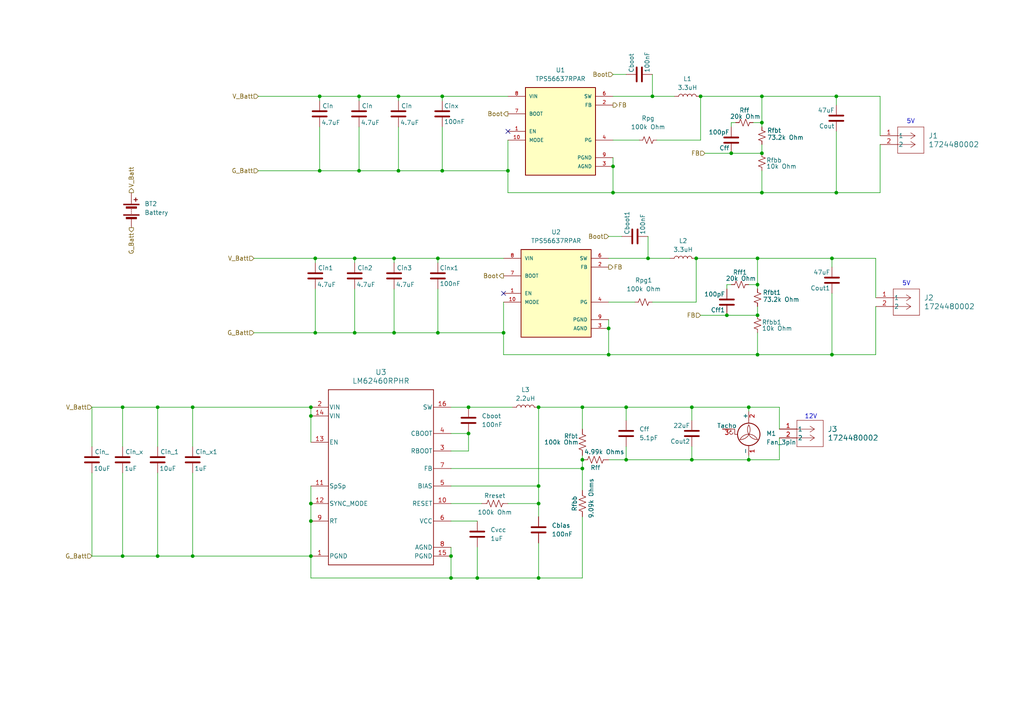
<source format=kicad_sch>
(kicad_sch (version 20231120) (generator "eeschema") (generator_version "8.0")
  (paper "A4")
  (lib_symbols
    (symbol "Device:Battery" (pin_numbers hide) (pin_names (offset 0) hide)
      (property "Reference" "BT" (at 2.54 2.54 0))
      (property "Value" "Battery" (at 2.54 0 0))
      (symbol "Battery_0_1"
        (rectangle (start -2.286 -1.27) (end 2.286 -1.524) (fill (type outline)))
        (rectangle (start -2.286 1.778) (end 2.286 1.524) (fill (type outline)))
        (rectangle (start -1.524 -2.032) (end 1.524 -2.54) (fill (type outline)))
        (rectangle (start -1.524 1.016) (end 1.524 0.508) (fill (type outline)))
        (polyline (pts (xy 0 -1.016) (xy 0 -0.762)))
        (polyline (pts (xy 0 -0.508) (xy 0 -0.254)))
        (polyline (pts (xy 0 0) (xy 0 0.254)))
        (polyline (pts (xy 0 1.778) (xy 0 2.54)))
        (polyline (pts (xy 0.762 3.048) (xy 1.778 3.048)) (stroke (width 0.254)))
        (polyline (pts (xy 1.27 3.556) (xy 1.27 2.54)) (stroke (width 0.254)))
      )
      (symbol "Battery_1_1"
        (pin passive line (at 0 5.08 270) (length 2.54) (name "+") (number "1"))
        (pin passive line (at 0 -5.08 90) (length 2.54) (name "-") (number "2"))
      )
    )
    (symbol "Device:C" (pin_numbers hide) (pin_names (offset 0.254))
      (property "Reference" "C" (at 0.635 2.54 0))
      (property "Value" "C" (at 0.635 -2.54 0))
      (symbol "C_0_1"
        (polyline (pts (xy -2.032 -0.762) (xy 2.032 -0.762)) (stroke (width 0.508)))
        (polyline (pts (xy -2.032 0.762) (xy 2.032 0.762)) (stroke (width 0.508)))
      )
      (symbol "C_1_1"
        (pin passive line (at 0 3.81 270) (length 2.794) (name "~") (number "1"))
        (pin passive line (at 0 -3.81 90) (length 2.794) (name "~") (number "2"))
      )
    )
    (symbol "Device:L" (pin_numbers hide) (pin_names (offset 1.016) hide)
      (property "Reference" "L" (at -1.27 0 90))
      (property "Value" "L" (at 1.905 0 90))
      (symbol "L_0_1"
        (arc (start 0 -2.54) (mid 0.6323 -1.905) (end 0 -1.27))
        (arc (start 0 -1.27) (mid 0.6323 -0.635) (end 0 0))
        (arc (start 0 0) (mid 0.6323 0.635) (end 0 1.27))
        (arc (start 0 1.27) (mid 0.6323 1.905) (end 0 2.54))
      )
      (symbol "L_1_1"
        (pin passive line (at 0 3.81 270) (length 1.27) (name "1") (number "1"))
        (pin passive line (at 0 -3.81 90) (length 1.27) (name "2") (number "2"))
      )
    )
    (symbol "Device:R_Small_US" (pin_numbers hide) (pin_names (offset 0.254) hide)
      (property "Reference" "R" (at 0.762 0.508 0))
      (property "Value" "R_Small_US" (at 0.762 -1.016 0))
      (symbol "R_Small_US_1_1"
        (polyline (pts (xy 0 0) (xy 1.016 -0.381) (xy 0 -0.762) (xy -1.016 -1.143) (xy 0 -1.524)))
        (polyline (pts (xy 0 1.524) (xy 1.016 1.143) (xy 0 0.762) (xy -1.016 0.381) (xy 0 0)))
        (pin passive line (at 0 2.54 270) (length 1.016) (name "~") (number "1"))
        (pin passive line (at 0 -2.54 90) (length 1.016) (name "~") (number "2"))
      )
    )
    (symbol "Device:R_US" (pin_numbers hide) (pin_names (offset 0))
      (property "Reference" "R" (at 2.54 0 90))
      (property "Value" "R_US" (at -2.54 0 90))
      (symbol "R_US_0_1"
        (polyline (pts (xy 0 -2.286) (xy 0 -2.54)))
        (polyline (pts (xy 0 2.286) (xy 0 2.54)))
        (polyline (pts (xy 0 -0.762) (xy 1.016 -1.143) (xy 0 -1.524) (xy -1.016 -1.905) (xy 0 -2.286)))
        (polyline (pts (xy 0 0.762) (xy 1.016 0.381) (xy 0 0) (xy -1.016 -0.381) (xy 0 -0.762)))
        (polyline (pts (xy 0 2.286) (xy 1.016 1.905) (xy 0 1.524) (xy -1.016 1.143) (xy 0 0.762)))
      )
      (symbol "R_US_1_1"
        (pin passive line (at 0 3.81 270) (length 1.27) (name "~") (number "1"))
        (pin passive line (at 0 -3.81 90) (length 1.27) (name "~") (number "2"))
      )
    )
    (symbol "LM62460RPHR:LM62460RPHR" (pin_names (offset 0.254))
      (property "Reference" "U" (at 0 2.54 0))
      (property "Value" "LM62460RPHR" (at 0 0 0))
      (symbol "LM62460RPHR_0_1"
        (polyline (pts (xy -15.24 -25.4) (xy 15.24 -25.4)) (stroke (width 0.2032)))
        (polyline (pts (xy -15.24 25.4) (xy -15.24 -25.4)) (stroke (width 0.2032)))
        (polyline (pts (xy 15.24 -25.4) (xy 15.24 25.4)) (stroke (width 0.2032)))
        (polyline (pts (xy 15.24 25.4) (xy -15.24 25.4)) (stroke (width 0.2032)))
        (pin power_in line (at -20.32 -22.86 0) (length 5.08) (name "PGND") (number "1"))
        (pin input line (at 20.32 -7.62 180) (length 5.08) (name "RESET") (number "10"))
        (pin unspecified line (at -20.32 -2.54 0) (length 5.08) (name "SpSp") (number "11"))
        (pin input line (at -20.32 -7.62 0) (length 5.08) (name "SYNC_MODE") (number "12"))
        (pin input line (at -20.32 10.16 0) (length 5.08) (name "EN") (number "13"))
        (pin power_in line (at -20.32 17.78 0) (length 5.08) (name "VIN") (number "14"))
        (pin power_in line (at 20.32 -22.86 180) (length 5.08) (name "PGND") (number "15"))
        (pin power_in line (at 20.32 20.32 180) (length 5.08) (name "SW") (number "16"))
        (pin power_in line (at -20.32 20.32 0) (length 5.08) (name "VIN") (number "2"))
        (pin unspecified line (at 20.32 7.62 180) (length 5.08) (name "RBOOT") (number "3"))
        (pin unspecified line (at 20.32 12.7 180) (length 5.08) (name "CBOOT") (number "4"))
        (pin unspecified line (at 20.32 -2.54 180) (length 5.08) (name "BIAS") (number "5"))
        (pin power_in line (at 20.32 -12.7 180) (length 5.08) (name "VCC") (number "6"))
        (pin input line (at 20.32 2.54 180) (length 5.08) (name "FB") (number "7"))
        (pin power_in line (at 20.32 -20.32 180) (length 5.08) (name "AGND") (number "8"))
        (pin unspecified line (at -20.32 -12.7 0) (length 5.08) (name "RT") (number "9"))
      )
    )
    (symbol "Molex_MiniFitJr:1724480002" (pin_names (offset 0.254))
      (property "Reference" "J" (at 8.89 6.35 0))
      (property "Value" "1724480002" (at 0 0 0))
      (symbol "1724480002_1_1"
        (polyline (pts (xy 5.08 -5.08) (xy 12.7 -5.08)) (stroke (width 0.127)))
        (polyline (pts (xy 5.08 2.54) (xy 5.08 -5.08)) (stroke (width 0.127)))
        (polyline (pts (xy 10.16 -2.54) (xy 5.08 -2.54)) (stroke (width 0.127)))
        (polyline (pts (xy 10.16 -2.54) (xy 8.89 -3.3867)) (stroke (width 0.127)))
        (polyline (pts (xy 10.16 -2.54) (xy 8.89 -1.6933)) (stroke (width 0.127)))
        (polyline (pts (xy 10.16 0) (xy 5.08 0)) (stroke (width 0.127)))
        (polyline (pts (xy 10.16 0) (xy 8.89 -0.8467)) (stroke (width 0.127)))
        (polyline (pts (xy 10.16 0) (xy 8.89 0.8467)) (stroke (width 0.127)))
        (polyline (pts (xy 12.7 -5.08) (xy 12.7 2.54)) (stroke (width 0.127)))
        (polyline (pts (xy 12.7 2.54) (xy 5.08 2.54)) (stroke (width 0.127)))
        (pin unspecified line (at 0 0 0) (length 5.08) (name "1") (number "1"))
        (pin unspecified line (at 0 -2.54 0) (length 5.08) (name "2") (number "2"))
      )
      (symbol "1724480002_1_2"
        (polyline (pts (xy 5.08 -5.08) (xy 12.7 -5.08)) (stroke (width 0.127)))
        (polyline (pts (xy 5.08 2.54) (xy 5.08 -5.08)) (stroke (width 0.127)))
        (polyline (pts (xy 7.62 -2.54) (xy 5.08 -2.54)) (stroke (width 0.127)))
        (polyline (pts (xy 7.62 -2.54) (xy 8.89 -3.3867)) (stroke (width 0.127)))
        (polyline (pts (xy 7.62 -2.54) (xy 8.89 -1.6933)) (stroke (width 0.127)))
        (polyline (pts (xy 7.62 0) (xy 5.08 0)) (stroke (width 0.127)))
        (polyline (pts (xy 7.62 0) (xy 8.89 -0.8467)) (stroke (width 0.127)))
        (polyline (pts (xy 7.62 0) (xy 8.89 0.8467)) (stroke (width 0.127)))
        (polyline (pts (xy 12.7 -5.08) (xy 12.7 2.54)) (stroke (width 0.127)))
        (polyline (pts (xy 12.7 2.54) (xy 5.08 2.54)) (stroke (width 0.127)))
        (pin unspecified line (at 0 0 0) (length 5.08) (name "1") (number "1"))
        (pin unspecified line (at 0 -2.54 0) (length 5.08) (name "2") (number "2"))
      )
    )
    (symbol "Motor:Fan_3pin" (pin_names (offset 0))
      (property "Reference" "M" (at 2.54 2.54 0))
      (property "Value" "Fan_3pin" (at 2.54 -5.08 0))
      (symbol "Fan_3pin_0_0"
        (arc (start -5.588 -1.016) (mid -5.08 -1.5218) (end -4.572 -1.016))
        (arc (start -5.08 -0.508) (mid -5.4392 -0.6568) (end -5.588 -1.016))
        (polyline (pts (xy -5.08 -0.508) (xy -5.334 -0.381)))
        (polyline (pts (xy -5.08 -0.508) (xy -5.207 -0.762)))
        (polyline (pts (xy -4.064 0) (xy -4.064 -1.524) (xy -3.302 -1.524)))
      )
      (symbol "Fan_3pin_0_1"
        (arc (start -2.54 -3.048) (mid 0.0028 -1.6279) (end 0 1.27))
        (circle (center 0 -1.524) (radius 3.2512) (stroke (width 0.254)))
        (polyline (pts (xy -4.064 0) (xy -5.08 0)))
        (polyline (pts (xy 0 -7.62) (xy 0 -7.112)))
        (polyline (pts (xy 0 -4.7752) (xy 0 -5.1816)))
        (polyline (pts (xy 0 1.7272) (xy 0 2.0828)))
        (polyline (pts (xy 0 2.032) (xy 0 2.54)))
        (arc (start 0 1.27) (mid 0.053 -1.619) (end 2.54 -3.048))
        (arc (start 2.54 -3.048) (mid 0 -1.4782) (end -2.54 -3.048))
      )
      (symbol "Fan_3pin_1_1"
        (pin passive line (at 0 -7.62 90) (length 2.54) (name "-") (number "1"))
        (pin passive line (at 0 5.08 270) (length 2.54) (name "+") (number "2"))
        (pin passive line (at -7.62 0 0) (length 2.54) (name "Tacho") (number "3"))
      )
    )
    (symbol "TPS56637RPAR:TPS56637RPAR" (pin_names (offset 1.016))
      (property "Reference" "U" (at -10.16 13.97 0))
      (property "Value" "TPS56637RPAR" (at -10.16 -13.97 0))
      (symbol "TPS56637RPAR_0_0"
        (rectangle (start -10.16 -12.7) (end 10.16 12.7) (stroke (width 0.254)) (fill (type background)))
        (pin input line (at -15.24 0 0) (length 5.08) (name "EN") (number "1"))
        (pin input line (at -15.24 -2.54 0) (length 5.08) (name "MODE") (number "10"))
        (pin input line (at 15.24 7.62 180) (length 5.08) (name "FB") (number "2"))
        (pin power_in line (at 15.24 -10.16 180) (length 5.08) (name "AGND") (number "3"))
        (pin output line (at 15.24 -2.54 180) (length 5.08) (name "PG") (number "4"))
        (pin output line (at 15.24 10.16 180) (length 5.08) (name "SW") (number "6"))
        (pin input line (at -15.24 5.08 0) (length 5.08) (name "BOOT") (number "7"))
        (pin input line (at -15.24 10.16 0) (length 5.08) (name "VIN") (number "8"))
        (pin power_in line (at 15.24 -7.62 180) (length 5.08) (name "PGND") (number "9"))
      )
    )
  )
  (junction (at 219.71 102.87))
  (junction (at 212.09 44.45))
  (junction (at 241.3 74.93))
  (junction (at 127 74.93))
  (junction (at 217.17 118.11))
  (junction (at 104.14 49.53))
  (junction (at 90.17 120.65))
  (junction (at 241.3 102.87))
  (junction (at 135.89 125.73))
  (junction (at 242.57 55.88))
  (junction (at 91.44 74.93))
  (junction (at 92.71 49.53))
  (junction (at 55.88 161.29))
  (junction (at 200.66 118.11))
  (junction (at 92.71 27.94))
  (junction (at 242.57 27.94))
  (junction (at 176.53 102.87))
  (junction (at 181.61 133.35))
  (junction (at 187.96 74.93))
  (junction (at 115.57 27.94))
  (junction (at 138.43 167.64))
  (junction (at 189.23 27.94))
  (junction (at 130.81 167.64))
  (junction (at 168.91 118.11))
  (junction (at 90.17 146.05))
  (junction (at 90.17 118.11))
  (junction (at 55.88 118.11))
  (junction (at 219.71 82.55))
  (junction (at 90.17 161.29))
  (junction (at 147.32 49.53))
  (junction (at 102.87 74.93))
  (junction (at 102.87 96.52))
  (junction (at 130.81 161.29))
  (junction (at 45.72 118.11))
  (junction (at 156.21 140.97))
  (junction (at 219.71 74.93))
  (junction (at 45.72 161.29))
  (junction (at 177.8 55.88))
  (junction (at 168.91 133.35))
  (junction (at 114.3 74.93))
  (junction (at 128.27 27.94))
  (junction (at 201.93 74.93))
  (junction (at 156.21 167.64))
  (junction (at 156.21 118.11))
  (junction (at 115.57 49.53))
  (junction (at 135.89 118.11))
  (junction (at 203.2 27.94))
  (junction (at 181.61 118.11))
  (junction (at 114.3 96.52))
  (junction (at 168.91 135.89))
  (junction (at 220.98 35.56))
  (junction (at 90.17 151.13))
  (junction (at 146.05 96.52))
  (junction (at 200.66 133.35))
  (junction (at 91.44 96.52))
  (junction (at 104.14 27.94))
  (junction (at 177.8 48.26))
  (junction (at 156.21 146.05))
  (junction (at 219.71 91.44))
  (junction (at 220.98 44.45))
  (junction (at 220.98 27.94))
  (junction (at 210.82 91.44))
  (junction (at 127 96.52))
  (junction (at 176.53 95.25))
  (junction (at 217.17 133.35))
  (junction (at 35.56 161.29))
  (junction (at 35.56 118.11))
  (junction (at 220.98 55.88))
  (junction (at 128.27 49.53))
  (no_connect (at 147.32 38.1))
  (no_connect (at 146.05 85.09))
  (wire (pts (xy 242.57 38.1) (xy 242.57 55.88)))
  (wire (pts (xy 156.21 140.97) (xy 130.81 140.97)))
  (wire (pts (xy 210.82 83.82) (xy 210.82 82.55)))
  (wire (pts (xy 219.71 88.9) (xy 219.71 91.44)))
  (wire (pts (xy 92.71 36.83) (xy 92.71 49.53)))
  (wire (pts (xy 147.32 49.53) (xy 147.32 40.64)))
  (wire (pts (xy 45.72 118.11) (xy 55.88 118.11)))
  (wire (pts (xy 203.2 40.64) (xy 203.2 27.94)))
  (wire (pts (xy 127 74.93) (xy 127 76.2)))
  (wire (pts (xy 156.21 157.48) (xy 156.21 167.64)))
  (wire (pts (xy 55.88 161.29) (xy 90.17 161.29)))
  (wire (pts (xy 138.43 167.64) (xy 130.81 167.64)))
  (wire (pts (xy 226.06 118.11) (xy 217.17 118.11)))
  (wire (pts (xy 255.27 39.37) (xy 255.27 27.94)))
  (wire (pts (xy 220.98 35.56) (xy 218.44 35.56)))
  (wire (pts (xy 130.81 167.64) (xy 90.17 167.64)))
  (wire (pts (xy 189.23 27.94) (xy 195.58 27.94)))
  (wire (pts (xy 176.53 87.63) (xy 184.15 87.63)))
  (wire (pts (xy 92.71 49.53) (xy 104.14 49.53)))
  (wire (pts (xy 115.57 27.94) (xy 128.27 27.94)))
  (wire (pts (xy 102.87 96.52) (xy 114.3 96.52)))
  (wire (pts (xy 177.8 27.94) (xy 189.23 27.94)))
  (wire (pts (xy 177.8 55.88) (xy 147.32 55.88)))
  (wire (pts (xy 156.21 167.64) (xy 138.43 167.64)))
  (wire (pts (xy 130.81 125.73) (xy 135.89 125.73)))
  (wire (pts (xy 130.81 161.29) (xy 130.81 167.64)))
  (wire (pts (xy 102.87 74.93) (xy 114.3 74.93)))
  (wire (pts (xy 187.96 68.58) (xy 187.96 74.93)))
  (wire (pts (xy 90.17 151.13) (xy 90.17 161.29)))
  (wire (pts (xy 220.98 27.94) (xy 203.2 27.94)))
  (wire (pts (xy 146.05 102.87) (xy 146.05 96.52)))
  (wire (pts (xy 255.27 27.94) (xy 242.57 27.94)))
  (wire (pts (xy 181.61 121.92) (xy 181.61 118.11)))
  (wire (pts (xy 26.67 137.16) (xy 26.67 161.29)))
  (wire (pts (xy 91.44 76.2) (xy 91.44 74.93)))
  (wire (pts (xy 147.32 27.94) (xy 128.27 27.94)))
  (wire (pts (xy 242.57 30.48) (xy 242.57 27.94)))
  (wire (pts (xy 217.17 118.11) (xy 200.66 118.11)))
  (wire (pts (xy 91.44 74.93) (xy 102.87 74.93)))
  (wire (pts (xy 35.56 118.11) (xy 45.72 118.11)))
  (wire (pts (xy 219.71 74.93) (xy 219.71 82.55)))
  (wire (pts (xy 220.98 36.83) (xy 220.98 35.56)))
  (wire (pts (xy 176.53 95.25) (xy 176.53 102.87)))
  (wire (pts (xy 220.98 41.91) (xy 220.98 44.45)))
  (wire (pts (xy 220.98 49.53) (xy 220.98 55.88)))
  (wire (pts (xy 104.14 36.83) (xy 104.14 49.53)))
  (wire (pts (xy 92.71 29.21) (xy 92.71 27.94)))
  (wire (pts (xy 255.27 41.91) (xy 255.27 55.88)))
  (wire (pts (xy 168.91 132.08) (xy 168.91 133.35)))
  (wire (pts (xy 177.8 21.59) (xy 181.61 21.59)))
  (wire (pts (xy 90.17 120.65) (xy 90.17 128.27)))
  (wire (pts (xy 241.3 102.87) (xy 219.71 102.87)))
  (wire (pts (xy 114.3 96.52) (xy 127 96.52)))
  (wire (pts (xy 104.14 27.94) (xy 115.57 27.94)))
  (wire (pts (xy 254 74.93) (xy 241.3 74.93)))
  (wire (pts (xy 201.93 87.63) (xy 201.93 74.93)))
  (wire (pts (xy 146.05 96.52) (xy 146.05 87.63)))
  (wire (pts (xy 128.27 36.83) (xy 128.27 49.53)))
  (wire (pts (xy 90.17 118.11) (xy 90.17 120.65)))
  (wire (pts (xy 217.17 118.11) (xy 217.17 119.38)))
  (wire (pts (xy 73.66 96.52) (xy 91.44 96.52)))
  (wire (pts (xy 200.66 118.11) (xy 181.61 118.11)))
  (wire (pts (xy 189.23 87.63) (xy 201.93 87.63)))
  (wire (pts (xy 200.66 129.54) (xy 200.66 133.35)))
  (wire (pts (xy 168.91 133.35) (xy 168.91 135.89)))
  (wire (pts (xy 128.27 49.53) (xy 147.32 49.53)))
  (wire (pts (xy 156.21 146.05) (xy 156.21 140.97)))
  (wire (pts (xy 91.44 83.82) (xy 91.44 96.52)))
  (wire (pts (xy 115.57 29.21) (xy 115.57 27.94)))
  (wire (pts (xy 130.81 151.13) (xy 138.43 151.13)))
  (wire (pts (xy 219.71 82.55) (xy 217.17 82.55)))
  (wire (pts (xy 147.32 146.05) (xy 156.21 146.05)))
  (wire (pts (xy 212.09 35.56) (xy 213.36 35.56)))
  (wire (pts (xy 115.57 36.83) (xy 115.57 49.53)))
  (wire (pts (xy 212.09 44.45) (xy 220.98 44.45)))
  (wire (pts (xy 204.47 44.45) (xy 212.09 44.45)))
  (wire (pts (xy 114.3 74.93) (xy 127 74.93)))
  (wire (pts (xy 189.23 21.59) (xy 189.23 27.94)))
  (wire (pts (xy 91.44 96.52) (xy 102.87 96.52)))
  (wire (pts (xy 241.3 74.93) (xy 219.71 74.93)))
  (wire (pts (xy 168.91 149.86) (xy 168.91 167.64)))
  (wire (pts (xy 226.06 133.35) (xy 217.17 133.35)))
  (wire (pts (xy 190.5 40.64) (xy 203.2 40.64)))
  (wire (pts (xy 241.3 77.47) (xy 241.3 74.93)))
  (wire (pts (xy 127 83.82) (xy 127 96.52)))
  (wire (pts (xy 241.3 85.09) (xy 241.3 102.87)))
  (wire (pts (xy 187.96 74.93) (xy 194.31 74.93)))
  (wire (pts (xy 177.8 48.26) (xy 177.8 55.88)))
  (wire (pts (xy 181.61 133.35) (xy 176.53 133.35)))
  (wire (pts (xy 26.67 161.29) (xy 35.56 161.29)))
  (wire (pts (xy 168.91 118.11) (xy 156.21 118.11)))
  (wire (pts (xy 102.87 76.2) (xy 102.87 74.93)))
  (wire (pts (xy 156.21 118.11) (xy 156.21 140.97)))
  (wire (pts (xy 212.09 36.83) (xy 212.09 35.56)))
  (wire (pts (xy 26.67 118.11) (xy 35.56 118.11)))
  (wire (pts (xy 176.53 102.87) (xy 146.05 102.87)))
  (wire (pts (xy 168.91 124.46) (xy 168.91 118.11)))
  (wire (pts (xy 90.17 140.97) (xy 90.17 146.05)))
  (wire (pts (xy 135.89 118.11) (xy 148.59 118.11)))
  (wire (pts (xy 130.81 118.11) (xy 135.89 118.11)))
  (wire (pts (xy 181.61 129.54) (xy 181.61 133.35)))
  (wire (pts (xy 55.88 118.11) (xy 55.88 129.54)))
  (wire (pts (xy 92.71 27.94) (xy 104.14 27.94)))
  (wire (pts (xy 55.88 118.11) (xy 90.17 118.11)))
  (wire (pts (xy 130.81 158.75) (xy 130.81 161.29)))
  (wire (pts (xy 115.57 49.53) (xy 128.27 49.53)))
  (wire (pts (xy 220.98 55.88) (xy 177.8 55.88)))
  (wire (pts (xy 138.43 158.75) (xy 138.43 167.64)))
  (wire (pts (xy 176.53 68.58) (xy 180.34 68.58)))
  (wire (pts (xy 45.72 161.29) (xy 55.88 161.29)))
  (wire (pts (xy 255.27 55.88) (xy 242.57 55.88)))
  (wire (pts (xy 114.3 83.82) (xy 114.3 96.52)))
  (wire (pts (xy 217.17 132.08) (xy 217.17 133.35)))
  (wire (pts (xy 156.21 149.86) (xy 156.21 146.05)))
  (wire (pts (xy 114.3 76.2) (xy 114.3 74.93)))
  (wire (pts (xy 176.53 74.93) (xy 187.96 74.93)))
  (wire (pts (xy 90.17 146.05) (xy 90.17 151.13)))
  (wire (pts (xy 200.66 121.92) (xy 200.66 118.11)))
  (wire (pts (xy 181.61 118.11) (xy 168.91 118.11)))
  (wire (pts (xy 177.8 45.72) (xy 177.8 48.26)))
  (wire (pts (xy 35.56 137.16) (xy 35.56 161.29)))
  (wire (pts (xy 254 86.36) (xy 254 74.93)))
  (wire (pts (xy 226.06 124.46) (xy 226.06 118.11)))
  (wire (pts (xy 147.32 55.88) (xy 147.32 49.53)))
  (wire (pts (xy 200.66 133.35) (xy 181.61 133.35)))
  (wire (pts (xy 168.91 135.89) (xy 168.91 142.24)))
  (wire (pts (xy 219.71 83.82) (xy 219.71 82.55)))
  (wire (pts (xy 210.82 91.44) (xy 219.71 91.44)))
  (wire (pts (xy 26.67 129.54) (xy 26.67 118.11)))
  (wire (pts (xy 45.72 137.16) (xy 45.72 161.29)))
  (wire (pts (xy 130.81 146.05) (xy 139.7 146.05)))
  (wire (pts (xy 219.71 74.93) (xy 201.93 74.93)))
  (wire (pts (xy 219.71 96.52) (xy 219.71 102.87)))
  (wire (pts (xy 168.91 167.64) (xy 156.21 167.64)))
  (wire (pts (xy 104.14 29.21) (xy 104.14 27.94)))
  (wire (pts (xy 220.98 27.94) (xy 220.98 35.56)))
  (wire (pts (xy 102.87 83.82) (xy 102.87 96.52)))
  (wire (pts (xy 210.82 82.55) (xy 212.09 82.55)))
  (wire (pts (xy 104.14 49.53) (xy 115.57 49.53)))
  (wire (pts (xy 90.17 167.64) (xy 90.17 161.29)))
  (wire (pts (xy 254 102.87) (xy 241.3 102.87)))
  (wire (pts (xy 203.2 91.44) (xy 210.82 91.44)))
  (wire (pts (xy 219.71 102.87) (xy 176.53 102.87)))
  (wire (pts (xy 226.06 127) (xy 226.06 133.35)))
  (wire (pts (xy 35.56 118.11) (xy 35.56 129.54)))
  (wire (pts (xy 176.53 92.71) (xy 176.53 95.25)))
  (wire (pts (xy 242.57 55.88) (xy 220.98 55.88)))
  (wire (pts (xy 135.89 130.81) (xy 135.89 125.73)))
  (wire (pts (xy 127 96.52) (xy 146.05 96.52)))
  (wire (pts (xy 130.81 130.81) (xy 135.89 130.81)))
  (wire (pts (xy 45.72 118.11) (xy 45.72 129.54)))
  (wire (pts (xy 177.8 40.64) (xy 185.42 40.64)))
  (wire (pts (xy 74.93 27.94) (xy 92.71 27.94)))
  (wire (pts (xy 55.88 137.16) (xy 55.88 161.29)))
  (wire (pts (xy 35.56 161.29) (xy 45.72 161.29)))
  (wire (pts (xy 242.57 27.94) (xy 220.98 27.94)))
  (wire (pts (xy 128.27 27.94) (xy 128.27 29.21)))
  (wire (pts (xy 130.81 135.89) (xy 168.91 135.89)))
  (wire (pts (xy 146.05 74.93) (xy 127 74.93)))
  (wire (pts (xy 217.17 133.35) (xy 200.66 133.35)))
  (wire (pts (xy 74.93 49.53) (xy 92.71 49.53)))
  (wire (pts (xy 254 88.9) (xy 254 102.87)))
  (wire (pts (xy 73.66 74.93) (xy 91.44 74.93)))
  (text "5V" (at 264.16 35.306 0) (effects (font (size 1.27 1.27))))
  (text "5V" (at 262.89 82.296 0) (effects (font (size 1.27 1.27))))
  (text "12V" (at 235.204 120.904 0) (effects (font (size 1.27 1.27))))
  (hierarchical_label "V_Batt" (shape input) (at 74.93 27.94 180))
  (hierarchical_label "Boot" (shape output) (at 146.05 80.01 180))
  (hierarchical_label "G_Batt" (shape input) (at 74.93 49.53 180))
  (hierarchical_label "G_Batt" (shape input) (at 73.66 96.52 180))
  (hierarchical_label "V_Batt" (shape input) (at 73.66 74.93 180))
  (hierarchical_label "FB" (shape input) (at 204.47 44.45 180))
  (hierarchical_label "FB" (shape output) (at 177.8 30.48 0))
  (hierarchical_label "FB" (shape output) (at 176.53 77.47 0))
  (hierarchical_label "Boot" (shape input) (at 177.8 21.59 180))
  (hierarchical_label "V_Batt" (shape output) (at 38.1 55.88 90))
  (hierarchical_label "FB" (shape input) (at 203.2 91.44 180))
  (hierarchical_label "V_Batt" (shape input) (at 26.67 118.11 180))
  (hierarchical_label "G_Batt" (shape input) (at 26.67 161.29 180))
  (hierarchical_label "Boot" (shape input) (at 176.53 68.58 180))
  (hierarchical_label "G_Batt" (shape output) (at 38.1 66.04 270))
  (hierarchical_label "Boot" (shape output) (at 147.32 33.02 180))
  (symbol (lib_id "LM62460RPHR:LM62460RPHR") (at 110.49 138.43 0) (unit 1)
    (property "Reference" "U3" (at 110.49 107.95 0) (effects (font (size 1.524 1.524))))
    (property "Value" "LM62460RPHR" (at 110.49 110.49 0) (effects (font (size 1.524 1.524))))
    (property "Footprint" "RPH0016A" (effects (hide yes)))
    (property "Datasheet" "LM62460RPHR" (effects (hide yes)))
  )
  (symbol (lib_id "Device:C") (at 156.21 153.67 0) (unit 1)
    (property "Reference" "Cbias" (at 160.02 152.3999 0) (effects (justify left)))
    (property "Value" "100nF" (at 160.02 154.9399 0) (effects (justify left)))
    (property "Description" "Unpolarized capacitor" (effects (hide yes)))
  )
  (symbol (lib_id "Device:C") (at 241.3 81.28 180) (unit 1)
    (property "Reference" "Cout1" (at 240.792 83.566 0) (effects (justify left)))
    (property "Value" "47uF" (at 240.792 78.994 0) (effects (justify left)))
    (property "Footprint" "Capacitor_SMD:C_0603_1608Metric" (effects (hide yes)))
    (property "Description" "Unpolarized capacitor" (effects (hide yes)))
  )
  (symbol (lib_id "Device:R_US") (at 143.51 146.05 90) (unit 1)
    (property "Reference" "Rreset" (at 143.51 143.764 90))
    (property "Value" "100k Ohm" (at 143.51 148.59 90))
    (property "Description" "Resistor, US symbol" (effects (hide yes)))
  )
  (symbol (lib_id "Device:R_US") (at 168.91 146.05 180) (unit 1)
    (property "Reference" "Rfbb" (at 166.624 146.05 90))
    (property "Value" "9.09k Ohms" (at 171.45 144.526 90))
    (property "Description" "Resistor, US symbol" (effects (hide yes)))
  )
  (symbol (lib_id "Device:C") (at 135.89 121.92 0) (unit 1)
    (property "Reference" "Cboot" (at 139.7 120.6499 0) (effects (justify left)))
    (property "Value" "100nF" (at 139.7 123.1899 0) (effects (justify left)))
    (property "Description" "Unpolarized capacitor" (effects (hide yes)))
  )
  (symbol (lib_id "Molex_MiniFitJr:1724480002") (at 255.27 39.37 0) (unit 1)
    (property "Reference" "J1" (at 269.24 39.3699 0) (effects (font (size 1.524 1.524)) (justify left)))
    (property "Value" "1724480002" (at 269.24 41.9099 0) (effects (font (size 1.524 1.524)) (justify left)))
    (property "Footprint" "CONN02_1724480002_MOL" (effects (hide yes)))
    (property "Datasheet" "1724480002" (effects (hide yes)))
  )
  (symbol (lib_id "Device:L") (at 198.12 74.93 90) (unit 1)
    (property "Reference" "L2" (at 198.12 69.85 90))
    (property "Value" "3.3uH" (at 198.12 72.39 90))
    (property "Footprint" "Inductor_SMD:L_Coilcraft_XAL7070-XXX" (effects (hide yes)))
    (property "Datasheet" "https://www.coilcraft.com/getmedia/1ba55433-bcc8-4838-9b21-382f497e12e0/xal7070.pdf" (effects (hide yes)))
    (property "Description" "Inductor" (effects (hide yes)))
  )
  (symbol (lib_id "Device:C") (at 138.43 154.94 0) (unit 1)
    (property "Reference" "Cvcc" (at 142.24 153.6699 0) (effects (justify left)))
    (property "Value" "1uF" (at 142.24 156.2099 0) (effects (justify left)))
    (property "Description" "Unpolarized capacitor" (effects (hide yes)))
  )
  (symbol (lib_id "Device:R_Small_US") (at 186.69 87.63 90) (unit 1)
    (property "Reference" "Rpg1" (at 186.69 81.28 90))
    (property "Value" "100k Ohm" (at 186.69 83.82 90))
    (property "Description" "Resistor, small US symbol" (effects (hide yes)))
  )
  (symbol (lib_id "Motor:Fan_3pin") (at 217.17 124.46 0) (unit 1)
    (property "Reference" "M1" (at 222.25 125.7299 0) (effects (justify left)))
    (property "Value" "Fan_3pin" (at 222.25 128.2699 0) (effects (justify left)))
    (property "Footprint" "Connector:FanPinHeader_1x03_P2.54mm_Vertical" (effects (hide yes)))
    (property "Datasheet" "http://www.hardwarecanucks.com/forum/attachments/new-builds/16287d1330775095-help-chassis-power-fan-connectors-motherboard-asus_p8z68.jpg" (effects (hide yes)))
    (property "Description" "Fan, tacho output, 3-pin connector" (effects (hide yes)))
  )
  (symbol (lib_id "Molex_MiniFitJr:1724480002") (at 226.06 124.46 0) (unit 1)
    (property "Reference" "J3" (at 240.03 124.4599 0) (effects (font (size 1.524 1.524)) (justify left)))
    (property "Value" "1724480002" (at 240.03 126.9999 0) (effects (font (size 1.524 1.524)) (justify left)))
    (property "Footprint" "CONN02_1724480002_MOL" (effects (hide yes)))
    (property "Datasheet" "1724480002" (effects (hide yes)))
  )
  (symbol (lib_id "Device:C") (at 184.15 68.58 90) (unit 1)
    (property "Reference" "Cboot1" (at 181.864 68.072 0) (effects (justify left)))
    (property "Value" "100nF" (at 186.436 68.072 0) (effects (justify left)))
    (property "Footprint" "Capacitor_SMD:C_0805_2012Metric" (effects (hide yes)))
    (property "Description" "Unpolarized capacitor" (effects (hide yes)))
  )
  (symbol (lib_id "Device:L") (at 199.39 27.94 90) (unit 1)
    (property "Reference" "L1" (at 199.39 22.86 90))
    (property "Value" "3.3uH" (at 199.39 25.4 90))
    (property "Footprint" "Inductor_SMD:L_Coilcraft_XAL7070-XXX" (effects (hide yes)))
    (property "Datasheet" "https://www.coilcraft.com/getmedia/1ba55433-bcc8-4838-9b21-382f497e12e0/xal7070.pdf" (effects (hide yes)))
    (property "Description" "Inductor" (effects (hide yes)))
  )
  (symbol (lib_id "Device:C") (at 104.14 33.02 0) (unit 1)
    (property "Reference" "Cin" (at 104.902 30.734 0) (effects (justify left)))
    (property "Value" "4.7uF" (at 104.648 35.56 0) (effects (justify left)))
    (property "Footprint" "Capacitor_SMD:C_0805_2012Metric" (effects (hide yes)))
    (property "Description" "Unpolarized capacitor" (effects (hide yes)))
  )
  (symbol (lib_id "Device:C") (at 242.57 34.29 180) (unit 1)
    (property "Reference" "Cout" (at 242.062 36.576 0) (effects (justify left)))
    (property "Value" "47uF" (at 242.062 32.004 0) (effects (justify left)))
    (property "Footprint" "Capacitor_SMD:C_0603_1608Metric" (effects (hide yes)))
    (property "Description" "Unpolarized capacitor" (effects (hide yes)))
  )
  (symbol (lib_id "Device:Battery") (at 38.1 60.96 0) (unit 1)
    (property "Reference" "BT2" (at 41.91 59.1184 0) (effects (justify left)))
    (property "Value" "Battery" (at 41.91 61.6584 0) (effects (justify left)))
    (property "Footprint" "Connector_AMASS:AMASS_XT30UPB-F_1x02_P5.0mm_Vertical" (effects (hide yes)))
    (property "Description" "Multiple-cell battery" (effects (hide yes)))
  )
  (symbol (lib_id "Device:R_Small_US") (at 219.71 93.98 180) (unit 1)
    (property "Reference" "Rfbb1" (at 220.98 93.472 0) (effects (justify right)))
    (property "Value" "10k Ohm" (at 220.98 95.25 0) (effects (justify right)))
    (property "Footprint" "Resistor_SMD:R_0201_0603Metric" (effects (hide yes)))
    (property "Description" "Resistor, small US symbol" (effects (hide yes)))
  )
  (symbol (lib_id "Device:C") (at 102.87 80.01 0) (unit 1)
    (property "Reference" "Cin2" (at 103.632 77.724 0) (effects (justify left)))
    (property "Value" "4.7uF" (at 103.378 82.55 0) (effects (justify left)))
    (property "Footprint" "Capacitor_SMD:C_0805_2012Metric" (effects (hide yes)))
    (property "Description" "Unpolarized capacitor" (effects (hide yes)))
  )
  (symbol (lib_id "Device:C") (at 92.71 33.02 0) (unit 1)
    (property "Reference" "Cin" (at 93.472 30.734 0) (effects (justify left)))
    (property "Value" "4.7uF" (at 93.218 35.56 0) (effects (justify left)))
    (property "Footprint" "Capacitor_SMD:C_0805_2012Metric" (effects (hide yes)))
    (property "Description" "Unpolarized capacitor" (effects (hide yes)))
  )
  (symbol (lib_id "Device:C") (at 210.82 87.63 180) (unit 1)
    (property "Reference" "Cff1" (at 210.312 89.916 0) (effects (justify left)))
    (property "Value" "100pF" (at 210.312 85.344 0) (effects (justify left)))
    (property "Description" "Unpolarized capacitor" (effects (hide yes)))
  )
  (symbol (lib_id "Device:L") (at 152.4 118.11 90) (unit 1)
    (property "Reference" "L3" (at 152.4 113.03 90))
    (property "Value" "2.2uH" (at 152.4 115.57 90))
    (property "Description" "Inductor" (effects (hide yes)))
  )
  (symbol (lib_id "Device:C") (at 128.27 33.02 0) (unit 1)
    (property "Reference" "Cinx" (at 128.778 30.734 0) (effects (justify left)))
    (property "Value" "100nF" (at 128.778 35.306 0) (effects (justify left)))
    (property "Description" "Unpolarized capacitor" (effects (hide yes)))
  )
  (symbol (lib_id "Device:R_Small_US") (at 220.98 46.99 180) (unit 1)
    (property "Reference" "Rfbb" (at 222.25 46.482 0) (effects (justify right)))
    (property "Value" "10k Ohm" (at 222.25 48.26 0) (effects (justify right)))
    (property "Footprint" "Resistor_SMD:R_0201_0603Metric" (effects (hide yes)))
    (property "Description" "Resistor, small US symbol" (effects (hide yes)))
  )
  (symbol (lib_id "Device:C") (at 91.44 80.01 0) (unit 1)
    (property "Reference" "Cin1" (at 92.202 77.724 0) (effects (justify left)))
    (property "Value" "4.7uF" (at 91.948 82.55 0) (effects (justify left)))
    (property "Footprint" "Capacitor_SMD:C_0805_2012Metric" (effects (hide yes)))
    (property "Description" "Unpolarized capacitor" (effects (hide yes)))
  )
  (symbol (lib_id "Device:C") (at 114.3 80.01 0) (unit 1)
    (property "Reference" "Cin3" (at 115.062 77.724 0) (effects (justify left)))
    (property "Value" "4.7uF" (at 114.808 82.55 0) (effects (justify left)))
    (property "Footprint" "Capacitor_SMD:C_0805_2012Metric" (effects (hide yes)))
    (property "Description" "Unpolarized capacitor" (effects (hide yes)))
  )
  (symbol (lib_id "Device:R_US") (at 172.72 133.35 270) (unit 1)
    (property "Reference" "Rff" (at 172.72 135.636 90))
    (property "Value" "4.99k Ohms" (at 175.26 131.064 90))
    (property "Description" "Resistor, US symbol" (effects (hide yes)))
  )
  (symbol (lib_id "Device:R_Small_US") (at 187.96 40.64 90) (unit 1)
    (property "Reference" "Rpg" (at 187.96 34.29 90))
    (property "Value" "100k Ohm" (at 187.96 36.83 90))
    (property "Description" "Resistor, small US symbol" (effects (hide yes)))
  )
  (symbol (lib_id "Device:C") (at 127 80.01 0) (unit 1)
    (property "Reference" "Cinx1" (at 127.508 77.724 0) (effects (justify left)))
    (property "Value" "100nF" (at 127.508 82.296 0) (effects (justify left)))
    (property "Description" "Unpolarized capacitor" (effects (hide yes)))
  )
  (symbol (lib_id "Device:C") (at 185.42 21.59 90) (unit 1)
    (property "Reference" "Cboot" (at 183.134 21.082 0) (effects (justify left)))
    (property "Value" "100nF" (at 187.706 21.082 0) (effects (justify left)))
    (property "Footprint" "Capacitor_SMD:C_0805_2012Metric" (effects (hide yes)))
    (property "Description" "Unpolarized capacitor" (effects (hide yes)))
  )
  (symbol (lib_id "Device:C") (at 115.57 33.02 0) (unit 1)
    (property "Reference" "Cin" (at 116.332 30.734 0) (effects (justify left)))
    (property "Value" "4.7uF" (at 116.078 35.56 0) (effects (justify left)))
    (property "Footprint" "Capacitor_SMD:C_0805_2012Metric" (effects (hide yes)))
    (property "Description" "Unpolarized capacitor" (effects (hide yes)))
  )
  (symbol (lib_id "Device:C") (at 212.09 40.64 180) (unit 1)
    (property "Reference" "Cff" (at 211.582 42.926 0) (effects (justify left)))
    (property "Value" "100pF" (at 211.582 38.354 0) (effects (justify left)))
    (property "Description" "Unpolarized capacitor" (effects (hide yes)))
  )
  (symbol (lib_id "Device:R_US") (at 168.91 128.27 180) (unit 1)
    (property "Reference" "Rfbt" (at 165.608 126.492 0))
    (property "Value" "100k Ohm" (at 162.814 128.27 0))
    (property "Description" "Resistor, US symbol" (effects (hide yes)))
  )
  (symbol (lib_id "Device:C") (at 26.67 133.35 0) (unit 1)
    (property "Reference" "Cin_" (at 27.432 131.064 0) (effects (justify left)))
    (property "Value" "10uF" (at 27.178 135.89 0) (effects (justify left)))
    (property "Footprint" "Capacitor_SMD:C_0805_2012Metric" (effects (hide yes)))
    (property "Description" "Unpolarized capacitor" (effects (hide yes)))
  )
  (symbol (lib_id "Device:R_Small_US") (at 220.98 39.37 180) (unit 1)
    (property "Reference" "Rfbt" (at 222.504 37.846 0) (effects (justify right)))
    (property "Value" "73.2k Ohm" (at 222.504 39.878 0) (effects (justify right)))
    (property "Footprint" "Resistor_SMD:R_0805_2012Metric" (effects (hide yes)))
    (property "Description" "Resistor, small US symbol" (effects (hide yes)))
  )
  (symbol (lib_id "Device:C") (at 200.66 125.73 180) (unit 1)
    (property "Reference" "Cout2" (at 200.152 128.016 0) (effects (justify left)))
    (property "Value" "22uF" (at 200.152 123.444 0) (effects (justify left)))
    (property "Footprint" "Capacitor_SMD:C_0603_1608Metric" (effects (hide yes)))
    (property "Description" "Unpolarized capacitor" (effects (hide yes)))
  )
  (symbol (lib_id "Device:C") (at 181.61 125.73 0) (unit 1)
    (property "Reference" "Cff" (at 185.42 124.4599 0) (effects (justify left)))
    (property "Value" "5.1pF" (at 185.42 126.9999 0) (effects (justify left)))
    (property "Description" "Unpolarized capacitor" (effects (hide yes)))
  )
  (symbol (lib_id "Device:R_Small_US") (at 219.71 86.36 180) (unit 1)
    (property "Reference" "Rfbt1" (at 221.234 84.836 0) (effects (justify right)))
    (property "Value" "73.2k Ohm" (at 221.234 86.868 0) (effects (justify right)))
    (property "Footprint" "Resistor_SMD:R_0805_2012Metric" (effects (hide yes)))
    (property "Description" "Resistor, small US symbol" (effects (hide yes)))
  )
  (symbol (lib_id "TPS56637RPAR:TPS56637RPAR") (at 161.29 85.09 0) (unit 1)
    (property "Reference" "U2" (at 161.29 67.31 0))
    (property "Value" "TPS56637RPAR" (at 161.29 69.85 0))
    (property "Footprint" "TPS56637RPAR:CONV_TPS56637RPAR" (effects (hide yes)))
    (property "MF" "Texas Instruments" (effects (hide yes)))
    (property "MAXIMUM_PACKAGE_HEIGHT" "1.0mm" (effects (hide yes)))
    (property "Package" "VQFN-HR-10 Texas Instruments" (effects (hide yes)))
    (property "Price" "None" (effects (hide yes)))
    (property "Check_prices" "https://www.snapeda.com/parts/TPS56637RPAR/Texas+Instruments/view-part/?ref=eda" (effects (hide yes)))
    (property "STANDARD" "Manufacturer recommendations" (effects (hide yes)))
    (property "PARTREV" "A" (effects (hide yes)))
    (property "SnapEDA_Link" "https://www.snapeda.com/parts/TPS56637RPAR/Texas+Instruments/view-part/?ref=snap" (effects (hide yes)))
    (property "MP" "TPS56637RPAR" (effects (hide yes)))
    (property "Description_1" "\n                        \n                            4.5-V to 28-V, 6-A synchronous buck converter with ULQ-Mode\n                        \n" (effects (hide yes)))
    (property "Availability" "In Stock" (effects (hide yes)))
    (property "MANUFACTURER" "Texas Instruments" (effects (hide yes)))
  )
  (symbol (lib_id "Device:C") (at 35.56 133.35 0) (unit 1)
    (property "Reference" "Cin_x" (at 36.322 131.064 0) (effects (justify left)))
    (property "Value" "1uF" (at 36.068 135.89 0) (effects (justify left)))
    (property "Footprint" "Capacitor_SMD:C_0805_2012Metric" (effects (hide yes)))
    (property "Description" "Unpolarized capacitor" (effects (hide yes)))
  )
  (symbol (lib_id "TPS56637RPAR:TPS56637RPAR") (at 162.56 38.1 0) (unit 1)
    (property "Reference" "U1" (at 162.56 20.32 0))
    (property "Value" "TPS56637RPAR" (at 162.56 22.86 0))
    (property "Footprint" "TPS56637RPAR:CONV_TPS56637RPAR" (effects (hide yes)))
    (property "MF" "Texas Instruments" (effects (hide yes)))
    (property "MAXIMUM_PACKAGE_HEIGHT" "1.0mm" (effects (hide yes)))
    (property "Package" "VQFN-HR-10 Texas Instruments" (effects (hide yes)))
    (property "Price" "None" (effects (hide yes)))
    (property "Check_prices" "https://www.snapeda.com/parts/TPS56637RPAR/Texas+Instruments/view-part/?ref=eda" (effects (hide yes)))
    (property "STANDARD" "Manufacturer recommendations" (effects (hide yes)))
    (property "PARTREV" "A" (effects (hide yes)))
    (property "SnapEDA_Link" "https://www.snapeda.com/parts/TPS56637RPAR/Texas+Instruments/view-part/?ref=snap" (effects (hide yes)))
    (property "MP" "TPS56637RPAR" (effects (hide yes)))
    (property "Description_1" "\n                        \n                            4.5-V to 28-V, 6-A synchronous buck converter with ULQ-Mode\n                        \n" (effects (hide yes)))
    (property "Availability" "In Stock" (effects (hide yes)))
    (property "MANUFACTURER" "Texas Instruments" (effects (hide yes)))
  )
  (symbol (lib_id "Molex_MiniFitJr:1724480002") (at 254 86.36 0) (unit 1)
    (property "Reference" "J2" (at 267.97 86.3599 0) (effects (font (size 1.524 1.524)) (justify left)))
    (property "Value" "1724480002" (at 267.97 88.8999 0) (effects (font (size 1.524 1.524)) (justify left)))
    (property "Footprint" "CONN02_1724480002_MOL" (effects (hide yes)))
    (property "Datasheet" "1724480002" (effects (hide yes)))
  )
  (symbol (lib_id "Device:R_Small_US") (at 214.63 82.55 90) (unit 1)
    (property "Reference" "Rff1" (at 214.63 78.994 90))
    (property "Value" "20k Ohm" (at 214.884 80.772 90))
    (property "Footprint" "Resistor_SMD:R_0603_1608Metric" (effects (hide yes)))
    (property "Description" "Resistor, small US symbol" (effects (hide yes)))
  )
  (symbol (lib_id "Device:C") (at 45.72 133.35 0) (unit 1)
    (property "Reference" "Cin_1" (at 46.482 131.064 0) (effects (justify left)))
    (property "Value" "10uF" (at 46.228 135.89 0) (effects (justify left)))
    (property "Footprint" "Capacitor_SMD:C_0805_2012Metric" (effects (hide yes)))
    (property "Description" "Unpolarized capacitor" (effects (hide yes)))
  )
  (symbol (lib_id "Device:R_Small_US") (at 215.9 35.56 90) (unit 1)
    (property "Reference" "Rff" (at 215.9 32.004 90))
    (property "Value" "20k Ohm" (at 216.154 33.782 90))
    (property "Footprint" "Resistor_SMD:R_0603_1608Metric" (effects (hide yes)))
    (property "Description" "Resistor, small US symbol" (effects (hide yes)))
  )
  (symbol (lib_id "Device:C") (at 55.88 133.35 0) (unit 1)
    (property "Reference" "Cin_x1" (at 56.642 131.064 0) (effects (justify left)))
    (property "Value" "1uF" (at 56.388 135.89 0) (effects (justify left)))
    (property "Footprint" "Capacitor_SMD:C_0805_2012Metric" (effects (hide yes)))
    (property "Description" "Unpolarized capacitor" (effects (hide yes)))
  )
)
</source>
